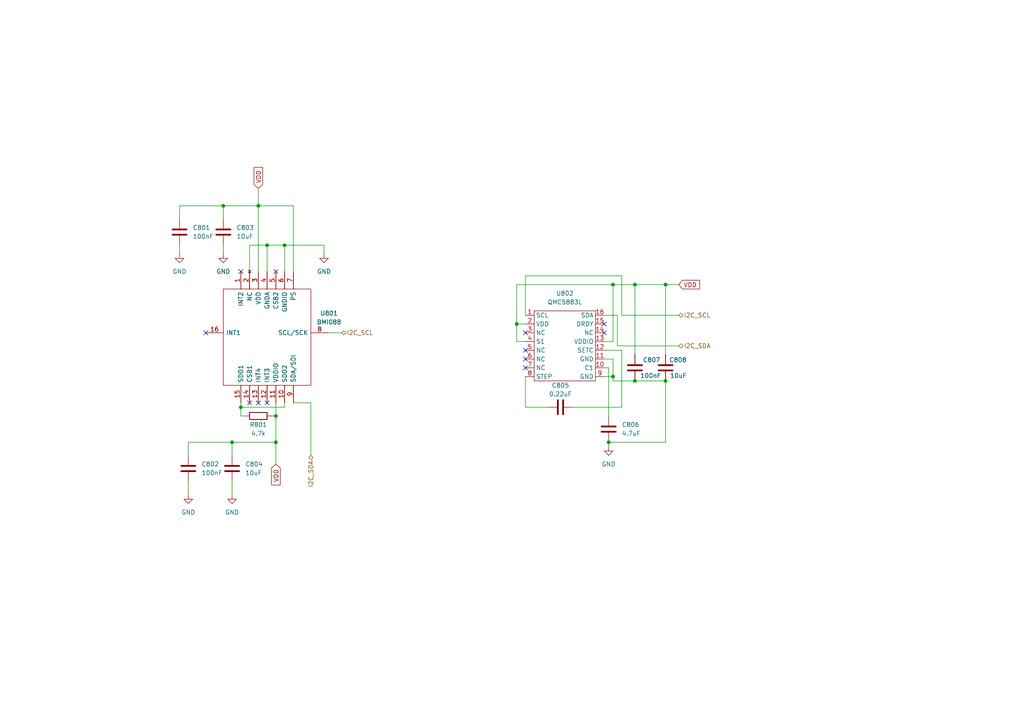
<source format=kicad_sch>
(kicad_sch (version 20231120) (generator "eeschema") (generator_version "8.0")
  (paper "A4")
  (lib_symbols
    (symbol "Device:C" (pin_numbers hide) (pin_names (offset 0.254))
      (property "Reference" "C" (at 0.635 2.54 0))
      (property "Value" "C" (at 0.635 -2.54 0))
      (symbol "C_0_1"
        (polyline (pts (xy -2.032 -0.762) (xy 2.032 -0.762)) (stroke (width 0.508)))
        (polyline (pts (xy -2.032 0.762) (xy 2.032 0.762)) (stroke (width 0.508)))
      )
      (symbol "C_1_1"
        (pin passive line (at 0 3.81 270) (length 2.794) (name "~") (number "1"))
        (pin passive line (at 0 -3.81 90) (length 2.794) (name "~") (number "2"))
      )
    )
    (symbol "Device:R" (pin_numbers hide) (pin_names (offset 0))
      (property "Reference" "R" (at 2.032 0 90))
      (property "Value" "R" (at 0 0 90))
      (symbol "R_0_1"
        (rectangle (start -1.016 -2.54) (end 1.016 2.54) (stroke (width 0.254)))
      )
      (symbol "R_1_1"
        (pin passive line (at 0 3.81 270) (length 1.27) (name "~") (number "1"))
        (pin passive line (at 0 -3.81 90) (length 1.27) (name "~") (number "2"))
      )
    )
    (symbol "SamacSys_Parts:BMI088" (pin_names (offset 0.762))
      (property "Reference" "IC" (at 31.75 17.78 0))
      (property "Value" "BMI088" (at 31.75 15.24 0))
      (symbol "BMI088_0_0"
        (pin passive line (at 10.16 17.78 270) (length 5.08) (name "INT2") (number "1"))
        (pin passive line (at 22.86 -20.32 90) (length 5.08) (name "SDO2") (number "10"))
        (pin passive line (at 20.32 -20.32 90) (length 5.08) (name "VDDIO") (number "11"))
        (pin passive line (at 17.78 -20.32 90) (length 5.08) (name "INT3") (number "12"))
        (pin passive line (at 15.24 -20.32 90) (length 5.08) (name "INT4") (number "13"))
        (pin passive line (at 12.7 -20.32 90) (length 5.08) (name "CSB1") (number "14"))
        (pin passive line (at 10.16 -20.32 90) (length 5.08) (name "SDO1") (number "15"))
        (pin passive line (at 0 0 0) (length 5.08) (name "INT1") (number "16"))
        (pin no_connect line (at 12.7 17.78 270) (length 5.08) (name "NC") (number "2"))
        (pin passive line (at 15.24 17.78 270) (length 5.08) (name "VDD") (number "3"))
        (pin passive line (at 17.78 17.78 270) (length 5.08) (name "GNDA") (number "4"))
        (pin passive line (at 20.32 17.78 270) (length 5.08) (name "CSB2") (number "5"))
        (pin passive line (at 22.86 17.78 270) (length 5.08) (name "GNDIO") (number "6"))
        (pin passive line (at 25.4 17.78 270) (length 5.08) (name "PS") (number "7"))
        (pin passive line (at 35.56 0 180) (length 5.08) (name "SCL/SCK") (number "8"))
        (pin passive line (at 25.4 -20.32 90) (length 5.08) (name "SDA/SDI") (number "9"))
      )
      (symbol "BMI088_0_1"
        (polyline (pts (xy 5.08 12.7) (xy 30.48 12.7) (xy 30.48 -15.24) (xy 5.08 -15.24) (xy 5.08 12.7)) (stroke (width 0.1524)))
      )
    )
    (symbol "WOBCLibrary:_QMC5883L"
      (property "Reference" "U" (at 0 2.54 0))
      (property "シンボル名" "_QMC5883L" (at 0 0 0))
      (symbol "_QMC5883L_0_1"
        (rectangle (start -8.89 -2.54) (end 8.89 -22.86))
      )
      (symbol "_QMC5883L_1_1"
        (pin input line (at -11.43 -3.81 0) (length 2.54) (name "SCL") (number "1"))
        (pin input line (at 11.43 -19.05 180) (length 2.54) (name "C1") (number "10"))
        (pin input line (at 11.43 -16.51 180) (length 2.54) (name "GND") (number "11"))
        (pin input line (at 11.43 -13.97 180) (length 2.54) (name "SETC") (number "12"))
        (pin input line (at 11.43 -11.43 180) (length 2.54) (name "VDDIO") (number "13"))
        (pin input line (at 11.43 -8.89 180) (length 2.54) (name "NC") (number "14"))
        (pin input line (at 11.43 -6.35 180) (length 2.54) (name "DRDY") (number "15"))
        (pin input line (at 11.43 -3.81 180) (length 2.54) (name "SDA") (number "16"))
        (pin input line (at -11.43 -6.35 0) (length 2.54) (name "VDD") (number "2"))
        (pin input line (at -11.43 -8.89 0) (length 2.54) (name "NC") (number "3"))
        (pin input line (at -11.43 -11.43 0) (length 2.54) (name "S1") (number "4"))
        (pin input line (at -11.43 -13.97 0) (length 2.54) (name "NC") (number "5"))
        (pin input line (at -11.43 -16.51 0) (length 2.54) (name "NC") (number "6"))
        (pin input line (at -11.43 -19.05 0) (length 2.54) (name "NC") (number "7"))
        (pin input line (at -11.43 -21.59 0) (length 2.54) (name "STEP") (number "8"))
        (pin input line (at 11.43 -21.59 180) (length 2.54) (name "GND") (number "9"))
      )
    )
    (symbol "power:GND" (power) (pin_names (offset 0))
      (property "Value" "GND" (at 0 -3.81 0))
      (symbol "GND_0_1"
        (polyline (pts (xy 0 0) (xy 0 -1.27) (xy 1.27 -1.27) (xy 0 -2.54) (xy -1.27 -1.27) (xy 0 -1.27)))
      )
      (symbol "GND_1_1"
        (pin power_in line (at 0 0 270) (length 0) hide (name "GND") (number "1"))
      )
    )
  )
  (junction (at 67.31 128.27))
  (junction (at 149.86 93.98))
  (junction (at 74.93 59.69))
  (junction (at 176.53 128.27))
  (junction (at 80.01 128.27))
  (junction (at 82.55 71.12))
  (junction (at 184.15 82.55))
  (junction (at 193.04 82.55))
  (junction (at 177.8 82.55))
  (junction (at 177.8 109.22))
  (junction (at 184.15 110.49))
  (junction (at 77.47 71.12))
  (junction (at 64.77 59.69))
  (junction (at 69.85 118.11))
  (junction (at 193.04 110.49))
  (junction (at 80.01 120.65))
  (no_connect (at 77.47 116.84))
  (no_connect (at 74.93 116.84))
  (no_connect (at 59.69 96.52))
  (no_connect (at 72.39 116.84))
  (no_connect (at 69.85 78.74))
  (no_connect (at 152.4 101.6))
  (no_connect (at 152.4 106.68))
  (no_connect (at 152.4 96.52))
  (no_connect (at 175.26 93.98))
  (no_connect (at 152.4 104.14))
  (no_connect (at 80.01 78.74))
  (no_connect (at 175.26 96.52))
  (wire (pts (xy 52.07 59.69) (xy 64.77 59.69)))
  (wire (pts (xy 184.15 82.55) (xy 193.04 82.55)))
  (wire (pts (xy 149.86 93.98) (xy 149.86 99.06)))
  (wire (pts (xy 193.04 82.55) (xy 193.04 102.87)))
  (wire (pts (xy 180.34 80.01) (xy 180.34 91.44)))
  (wire (pts (xy 175.26 109.22) (xy 177.8 109.22)))
  (wire (pts (xy 179.07 91.44) (xy 179.07 100.33)))
  (wire (pts (xy 175.26 99.06) (xy 177.8 99.06)))
  (wire (pts (xy 77.47 71.12) (xy 82.55 71.12)))
  (wire (pts (xy 176.53 106.68) (xy 176.53 120.65)))
  (wire (pts (xy 69.85 118.11) (xy 69.85 116.84)))
  (wire (pts (xy 175.26 91.44) (xy 179.07 91.44)))
  (wire (pts (xy 54.61 132.08) (xy 54.61 128.27)))
  (wire (pts (xy 82.55 116.84) (xy 82.55 118.11)))
  (wire (pts (xy 64.77 71.12) (xy 64.77 73.66)))
  (wire (pts (xy 80.01 120.65) (xy 80.01 128.27)))
  (wire (pts (xy 152.4 91.44) (xy 152.4 80.01)))
  (wire (pts (xy 177.8 82.55) (xy 177.8 99.06)))
  (wire (pts (xy 179.07 100.33) (xy 196.85 100.33)))
  (wire (pts (xy 152.4 118.11) (xy 158.75 118.11)))
  (wire (pts (xy 193.04 82.55) (xy 196.85 82.55)))
  (wire (pts (xy 64.77 59.69) (xy 74.93 59.69)))
  (wire (pts (xy 180.34 91.44) (xy 196.85 91.44)))
  (wire (pts (xy 152.4 80.01) (xy 180.34 80.01)))
  (wire (pts (xy 184.15 82.55) (xy 184.15 102.87)))
  (wire (pts (xy 175.26 104.14) (xy 177.8 104.14)))
  (wire (pts (xy 176.53 128.27) (xy 176.53 129.54)))
  (wire (pts (xy 64.77 63.5) (xy 64.77 59.69)))
  (wire (pts (xy 82.55 118.11) (xy 69.85 118.11)))
  (wire (pts (xy 82.55 71.12) (xy 93.98 71.12)))
  (wire (pts (xy 77.47 71.12) (xy 77.47 78.74)))
  (wire (pts (xy 193.04 110.49) (xy 193.04 128.27)))
  (wire (pts (xy 74.93 54.61) (xy 74.93 59.69)))
  (wire (pts (xy 80.01 128.27) (xy 80.01 134.62)))
  (wire (pts (xy 180.34 101.6) (xy 180.34 118.11)))
  (wire (pts (xy 177.8 104.14) (xy 177.8 109.22)))
  (wire (pts (xy 80.01 116.84) (xy 80.01 120.65)))
  (wire (pts (xy 90.17 116.84) (xy 85.09 116.84)))
  (wire (pts (xy 177.8 110.49) (xy 177.8 109.22)))
  (wire (pts (xy 72.39 78.74) (xy 72.39 71.12)))
  (wire (pts (xy 69.85 120.65) (xy 69.85 118.11)))
  (wire (pts (xy 67.31 128.27) (xy 80.01 128.27)))
  (wire (pts (xy 74.93 59.69) (xy 74.93 78.74)))
  (wire (pts (xy 152.4 109.22) (xy 152.4 118.11)))
  (wire (pts (xy 78.74 120.65) (xy 80.01 120.65)))
  (wire (pts (xy 71.12 120.65) (xy 69.85 120.65)))
  (wire (pts (xy 52.07 71.12) (xy 52.07 73.66)))
  (wire (pts (xy 184.15 110.49) (xy 193.04 110.49)))
  (wire (pts (xy 54.61 128.27) (xy 67.31 128.27)))
  (wire (pts (xy 95.25 96.52) (xy 99.06 96.52)))
  (wire (pts (xy 175.26 101.6) (xy 180.34 101.6)))
  (wire (pts (xy 193.04 128.27) (xy 176.53 128.27)))
  (wire (pts (xy 177.8 82.55) (xy 184.15 82.55)))
  (wire (pts (xy 67.31 132.08) (xy 67.31 128.27)))
  (wire (pts (xy 149.86 82.55) (xy 149.86 93.98)))
  (wire (pts (xy 85.09 78.74) (xy 85.09 59.69)))
  (wire (pts (xy 149.86 99.06) (xy 152.4 99.06)))
  (wire (pts (xy 93.98 71.12) (xy 93.98 73.66)))
  (wire (pts (xy 72.39 71.12) (xy 77.47 71.12)))
  (wire (pts (xy 85.09 59.69) (xy 74.93 59.69)))
  (wire (pts (xy 52.07 63.5) (xy 52.07 59.69)))
  (wire (pts (xy 54.61 139.7) (xy 54.61 143.51)))
  (wire (pts (xy 180.34 118.11) (xy 166.37 118.11)))
  (wire (pts (xy 67.31 139.7) (xy 67.31 143.51)))
  (wire (pts (xy 152.4 93.98) (xy 149.86 93.98)))
  (wire (pts (xy 82.55 71.12) (xy 82.55 78.74)))
  (wire (pts (xy 90.17 116.84) (xy 90.17 132.08)))
  (wire (pts (xy 177.8 110.49) (xy 184.15 110.49)))
  (wire (pts (xy 177.8 82.55) (xy 149.86 82.55)))
  (wire (pts (xy 175.26 106.68) (xy 176.53 106.68)))
  (global_label "VDD" (shape input) (at 74.93 54.61 90) (property "Intersheetrefs" "${INTERSHEET_REFS}" (effects (hide yes))))
  (global_label "VDD" (shape input) (at 80.01 134.62 270) (property "Intersheetrefs" "${INTERSHEET_REFS}" (effects (hide yes))))
  (global_label "VDD" (shape input) (at 196.85 82.55 0) (property "Intersheetrefs" "${INTERSHEET_REFS}" (effects (hide yes))))
  (hierarchical_label "I2C_SCL" (shape bidirectional) (at 99.06 96.52 0))
  (hierarchical_label "I2C_SCL" (shape bidirectional) (at 196.85 91.44 0))
  (hierarchical_label "I2C_SDA" (shape bidirectional) (at 90.17 132.08 270))
  (hierarchical_label "I2C_SDA" (shape bidirectional) (at 196.85 100.33 0))
  (symbol (lib_id "Device:C") (at 64.77 67.31 0) (unit 1)
    (property "Reference" "C803" (at 68.58 66.04 0) (effects (justify left)))
    (property "Value" "10uF" (at 68.58 68.58 0) (effects (justify left)))
    (property "Footprint" "Capacitor_SMD:C_0603_1608Metric" (effects (hide yes)))
    (property "LCSC" "C96446" (effects (hide yes)))
  )
  (symbol (lib_id "Device:C") (at 52.07 67.31 0) (unit 1)
    (property "Reference" "C801" (at 55.88 66.04 0) (effects (justify left)))
    (property "Value" "100nF" (at 55.88 68.58 0) (effects (justify left)))
    (property "Footprint" "Capacitor_SMD:C_0402_1005Metric" (effects (hide yes)))
    (property "LCSC" "C1525" (effects (hide yes)))
  )
  (symbol (lib_id "power:GND") (at 93.98 73.66 0) (unit 1)
    (property "Reference" "#PWR0805" (effects (hide yes)))
    (property "Value" "GND" (at 93.98 78.74 0))
  )
  (symbol (lib_id "power:GND") (at 52.07 73.66 0) (unit 1)
    (property "Reference" "#PWR0801" (effects (hide yes)))
    (property "Value" "GND" (at 52.07 78.74 0))
  )
  (symbol (lib_id "Device:C") (at 54.61 135.89 0) (unit 1)
    (property "Reference" "C802" (at 58.42 134.62 0) (effects (justify left)))
    (property "Value" "100nF" (at 58.42 137.16 0) (effects (justify left)))
    (property "Footprint" "Capacitor_SMD:C_0402_1005Metric" (effects (hide yes)))
    (property "LCSC" "C1525" (effects (hide yes)))
  )
  (symbol (lib_id "power:GND") (at 67.31 143.51 0) (unit 1)
    (property "Reference" "#PWR0804" (effects (hide yes)))
    (property "Value" "GND" (at 67.31 148.59 0))
  )
  (symbol (lib_id "power:GND") (at 54.61 143.51 0) (unit 1)
    (property "Reference" "#PWR0802" (effects (hide yes)))
    (property "Value" "GND" (at 54.61 148.59 0))
  )
  (symbol (lib_id "SamacSys_Parts:BMI088") (at 59.69 96.52 0) (unit 1)
    (property "Reference" "U801" (at 95.443 90.8754 0))
    (property "Value" "BMI088" (at 95.443 93.4154 0))
    (property "Footprint" "WOBCLibrary:BMI088" (effects (hide yes)))
    (property "Datasheet" "http://uk.rs-online.com/web/p/products/2457367P" (effects (hide yes)))
    (property "Description" "Inertial Measurement Unit Digital Output 2.5V/3.3V Automotive" (effects (hide yes)))
    (property "Height" "1.45" (effects (hide yes)))
    (property "RS Part Number" "2457367P" (effects (hide yes)))
    (property "RS Price/Stock" "http://uk.rs-online.com/web/p/products/2457367P" (effects (hide yes)))
    (property "Manufacturer_Name" "BOSCH" (effects (hide yes)))
    (property "Manufacturer_Part_Number" "BMI088" (effects (hide yes)))
    (property "LCSC" "C194919" (effects (hide yes)))
  )
  (symbol (lib_id "Device:R") (at 74.93 120.65 90) (unit 1)
    (property "Reference" "R801" (at 74.93 123.19 90))
    (property "Value" "4.7k" (at 74.93 125.73 90))
    (property "Footprint" "Resistor_SMD:R_0402_1005Metric" (effects (hide yes)))
    (property "LCSC" "C25900" (effects (hide yes)))
  )
  (symbol (lib_id "WOBCLibrary:_QMC5883L") (at 163.83 87.63 0) (unit 1)
    (property "Reference" "U802" (at 163.83 85.09 0))
    (property "Value" "QMC5883L" (at 163.83 87.63 0))
    (property "Footprint" "WOBCLibrary:_HMC5883L" (effects (hide yes)))
    (property "シンボル名" "_QMC5883L" (effects (hide yes)))
    (property "LCSC" "C976032" (effects (hide yes)))
  )
  (symbol (lib_id "power:GND") (at 64.77 73.66 0) (unit 1)
    (property "Reference" "#PWR0803" (effects (hide yes)))
    (property "Value" "GND" (at 64.77 78.74 0))
  )
  (symbol (lib_id "Device:C") (at 184.15 106.68 0) (unit 1)
    (property "Reference" "C807" (at 186.436 104.394 0) (effects (justify left)))
    (property "Value" "100nF" (at 185.674 108.966 0) (effects (justify left)))
    (property "Footprint" "Capacitor_SMD:C_0402_1005Metric" (effects (hide yes)))
    (property "LCSC" "C1525" (effects (hide yes)))
  )
  (symbol (lib_id "power:GND") (at 176.53 129.54 0) (unit 1)
    (property "Reference" "#PWR0806" (effects (hide yes)))
    (property "Value" "GND" (at 176.53 134.62 0))
  )
  (symbol (lib_id "Device:C") (at 176.53 124.46 0) (unit 1)
    (property "Reference" "C806" (at 180.34 123.19 0) (effects (justify left)))
    (property "Value" "4.7uF" (at 180.34 125.73 0) (effects (justify left)))
    (property "Footprint" "Capacitor_SMD:C_0603_1608Metric" (effects (hide yes)))
    (property "LCSC" "C19666" (effects (hide yes)))
  )
  (symbol (lib_id "Device:C") (at 193.04 106.68 0) (unit 1)
    (property "Reference" "C808" (at 194.056 104.394 0) (effects (justify left)))
    (property "Value" "10uF" (at 194.31 108.966 0) (effects (justify left)))
    (property "Footprint" "Capacitor_SMD:C_0603_1608Metric" (effects (hide yes)))
    (property "LCSC" "C96446" (effects (hide yes)))
  )
  (symbol (lib_id "Device:C") (at 162.56 118.11 270) (unit 1)
    (property "Reference" "C805" (at 162.56 111.76 90))
    (property "Value" "0.22uF" (at 162.56 114.3 90))
    (property "Footprint" "Capacitor_SMD:C_0402_1005Metric" (effects (hide yes)))
    (property "LCSC" "C16772" (effects (hide yes)))
  )
  (symbol (lib_id "Device:C") (at 67.31 135.89 0) (unit 1)
    (property "Reference" "C804" (at 71.12 134.62 0) (effects (justify left)))
    (property "Value" "10uF" (at 71.12 137.16 0) (effects (justify left)))
    (property "Footprint" "Capacitor_SMD:C_0603_1608Metric" (effects (hide yes)))
    (property "LCSC" "C96446" (effects (hide yes)))
  )
)
</source>
